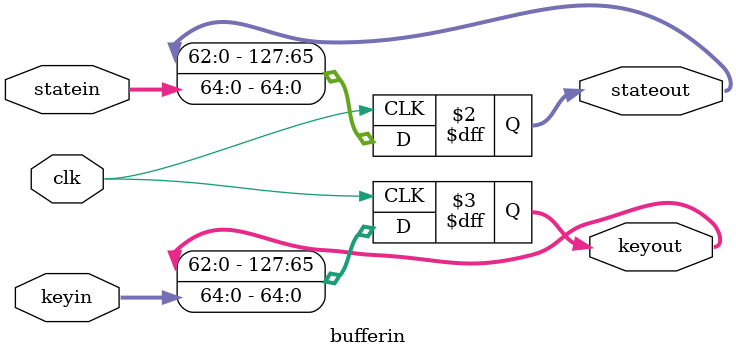
<source format=v>
module bufferin(
  input         clk,
  input [64:0]  statein,
  input [64:0]  keyin,
  output reg [127:0] stateout,
  output reg [127:0] keyout
  );

  always @(posedge clk)
  begin
    stateout <= {stateout[63:0], statein};
    keyout <= {keyout[63:0], keyin};
  end
endmodule
</source>
